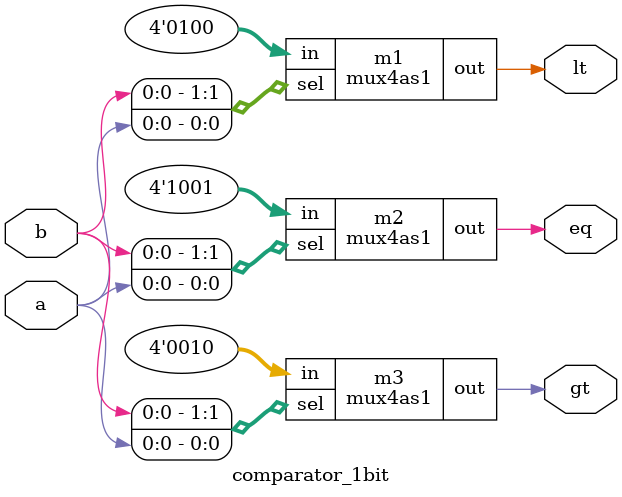
<source format=v>
module mux4as1(in,sel,out);
	input [3:0] in;
	input [1:0] sel;
	output out;
	
	assign out = in[sel];
endmodule

//1-Bit Comparator
module comparator_1bit(a,b,gt,lt,eq);
	input a,b;
	output gt,lt,eq;
	
	mux4as1 m1(.in({1'b0,1'b1,1'b0,1'b0}),.sel({b,a}),.out(lt));
	mux4as1 m2(.in({1'b1,1'b0,1'b0,1'b1}),.sel({b,a}),.out(eq));
	mux4as1 m3(.in({1'b0,1'b0,1'b1,1'b0}),.sel({b,a}),.out(gt));
	
endmodule


</source>
